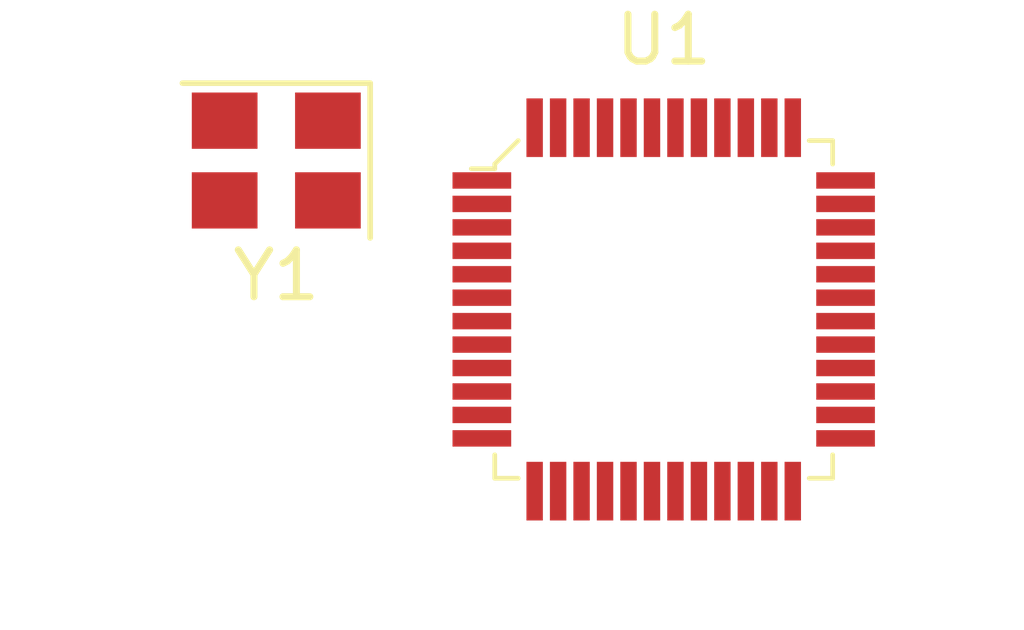
<source format=kicad_pcb>
(kicad_pcb (version 20171130) (host pcbnew 5.1.5-52549c5~84~ubuntu16.04.1)

  (general
    (thickness 1.6)
    (drawings 0)
    (tracks 0)
    (zones 0)
    (modules 2)
    (nets 50)
  )

  (page USLetter)
  (layers
    (0 F.Cu signal)
    (31 B.Cu signal)
    (32 B.Adhes user)
    (33 F.Adhes user)
    (34 B.Paste user)
    (35 F.Paste user)
    (36 B.SilkS user)
    (37 F.SilkS user)
    (38 B.Mask user)
    (39 F.Mask user)
    (40 Dwgs.User user)
    (41 Cmts.User user)
    (42 Eco1.User user)
    (43 Eco2.User user)
    (44 Edge.Cuts user)
    (45 Margin user)
    (46 B.CrtYd user)
    (47 F.CrtYd user)
    (48 B.Fab user)
    (49 F.Fab user)
  )

  (setup
    (last_trace_width 0.25)
    (trace_clearance 0.2)
    (zone_clearance 0.508)
    (zone_45_only no)
    (trace_min 0.2)
    (via_size 0.8)
    (via_drill 0.4)
    (via_min_size 0.4)
    (via_min_drill 0.3)
    (uvia_size 0.3)
    (uvia_drill 0.1)
    (uvias_allowed no)
    (uvia_min_size 0.2)
    (uvia_min_drill 0.1)
    (edge_width 0.05)
    (segment_width 0.2)
    (pcb_text_width 0.3)
    (pcb_text_size 1.5 1.5)
    (mod_edge_width 0.12)
    (mod_text_size 1 1)
    (mod_text_width 0.15)
    (pad_size 1.524 1.524)
    (pad_drill 0.762)
    (pad_to_mask_clearance 0.051)
    (solder_mask_min_width 0.25)
    (aux_axis_origin 0 0)
    (visible_elements FFFFFF7F)
    (pcbplotparams
      (layerselection 0x010fc_ffffffff)
      (usegerberextensions false)
      (usegerberattributes false)
      (usegerberadvancedattributes false)
      (creategerberjobfile false)
      (excludeedgelayer true)
      (linewidth 0.100000)
      (plotframeref false)
      (viasonmask false)
      (mode 1)
      (useauxorigin false)
      (hpglpennumber 1)
      (hpglpenspeed 20)
      (hpglpendiameter 15.000000)
      (psnegative false)
      (psa4output false)
      (plotreference true)
      (plotvalue true)
      (plotinvisibletext false)
      (padsonsilk false)
      (subtractmaskfromsilk false)
      (outputformat 1)
      (mirror false)
      (drillshape 1)
      (scaleselection 1)
      (outputdirectory ""))
  )

  (net 0 "")
  (net 1 "Net-(U1-Pad6)")
  (net 2 "Net-(U1-Pad5)")
  (net 3 /MCU/AREF)
  (net 4 /MCU/D14_A0)
  (net 5 EIN2)
  (net 6 EIN1)
  (net 7 "Net-(U1-Pad7)")
  (net 8 "Net-(U1-Pad8)")
  (net 9 "Net-(U1-Pad9)")
  (net 10 "Net-(U1-Pad10)")
  (net 11 "Net-(U1-Pad11)")
  (net 12 "Net-(U1-Pad12)")
  (net 13 "Net-(U1-Pad18)")
  (net 14 "Net-(U1-Pad17)")
  (net 15 "Net-(U1-Pad16)")
  (net 16 "Net-(U1-Pad15)")
  (net 17 "Net-(U1-Pad14)")
  (net 18 "Net-(U1-Pad13)")
  (net 19 "Net-(U1-Pad19)")
  (net 20 "Net-(U1-Pad20)")
  (net 21 "Net-(U1-Pad21)")
  (net 22 "Net-(U1-Pad22)")
  (net 23 "Net-(U1-Pad23)")
  (net 24 "Net-(U1-Pad24)")
  (net 25 "Net-(U1-Pad25)")
  (net 26 "Net-(U1-Pad26)")
  (net 27 "Net-(U1-Pad27)")
  (net 28 "Net-(U1-Pad28)")
  (net 29 "Net-(U1-Pad29)")
  (net 30 "Net-(U1-Pad30)")
  (net 31 "Net-(U1-Pad31)")
  (net 32 "Net-(U1-Pad32)")
  (net 33 "Net-(U1-Pad33)")
  (net 34 "Net-(U1-Pad34)")
  (net 35 "Net-(U1-Pad35)")
  (net 36 "Net-(U1-Pad36)")
  (net 37 "Net-(U1-Pad37)")
  (net 38 "Net-(U1-Pad38)")
  (net 39 "Net-(U1-Pad39)")
  (net 40 "Net-(U1-Pad40)")
  (net 41 "Net-(U1-Pad41)")
  (net 42 "Net-(U1-Pad42)")
  (net 43 "Net-(U1-Pad43)")
  (net 44 "Net-(U1-Pad44)")
  (net 45 "Net-(U1-Pad45)")
  (net 46 "Net-(U1-Pad46)")
  (net 47 "Net-(U1-Pad47)")
  (net 48 "Net-(U1-Pad48)")
  (net 49 GND)

  (net_class Default "This is the default net class."
    (clearance 0.2)
    (trace_width 0.25)
    (via_dia 0.8)
    (via_drill 0.4)
    (uvia_dia 0.3)
    (uvia_drill 0.1)
    (add_net /MCU/AREF)
    (add_net /MCU/D14_A0)
    (add_net EIN1)
    (add_net EIN2)
    (add_net GND)
    (add_net "Net-(U1-Pad10)")
    (add_net "Net-(U1-Pad11)")
    (add_net "Net-(U1-Pad12)")
    (add_net "Net-(U1-Pad13)")
    (add_net "Net-(U1-Pad14)")
    (add_net "Net-(U1-Pad15)")
    (add_net "Net-(U1-Pad16)")
    (add_net "Net-(U1-Pad17)")
    (add_net "Net-(U1-Pad18)")
    (add_net "Net-(U1-Pad19)")
    (add_net "Net-(U1-Pad20)")
    (add_net "Net-(U1-Pad21)")
    (add_net "Net-(U1-Pad22)")
    (add_net "Net-(U1-Pad23)")
    (add_net "Net-(U1-Pad24)")
    (add_net "Net-(U1-Pad25)")
    (add_net "Net-(U1-Pad26)")
    (add_net "Net-(U1-Pad27)")
    (add_net "Net-(U1-Pad28)")
    (add_net "Net-(U1-Pad29)")
    (add_net "Net-(U1-Pad30)")
    (add_net "Net-(U1-Pad31)")
    (add_net "Net-(U1-Pad32)")
    (add_net "Net-(U1-Pad33)")
    (add_net "Net-(U1-Pad34)")
    (add_net "Net-(U1-Pad35)")
    (add_net "Net-(U1-Pad36)")
    (add_net "Net-(U1-Pad37)")
    (add_net "Net-(U1-Pad38)")
    (add_net "Net-(U1-Pad39)")
    (add_net "Net-(U1-Pad40)")
    (add_net "Net-(U1-Pad41)")
    (add_net "Net-(U1-Pad42)")
    (add_net "Net-(U1-Pad43)")
    (add_net "Net-(U1-Pad44)")
    (add_net "Net-(U1-Pad45)")
    (add_net "Net-(U1-Pad46)")
    (add_net "Net-(U1-Pad47)")
    (add_net "Net-(U1-Pad48)")
    (add_net "Net-(U1-Pad5)")
    (add_net "Net-(U1-Pad6)")
    (add_net "Net-(U1-Pad7)")
    (add_net "Net-(U1-Pad8)")
    (add_net "Net-(U1-Pad9)")
  )

  (module digikey-footprints:TQFP-48_7x7mm (layer F.Cu) (tedit 5D28AA6C) (tstamp 5EA7E9AC)
    (at 127 107.95)
    (descr http://ww1.microchip.com/downloads/en/DeviceDoc/40001884A.pdf)
    (path /5EA28CDA/5EA291B8)
    (attr smd)
    (fp_text reference U1 (at 0 -5.75) (layer F.SilkS)
      (effects (font (size 1 1) (thickness 0.15)))
    )
    (fp_text value ATSAMD21G18A-AUT (at 0 6) (layer F.Fab)
      (effects (font (size 1 1) (thickness 0.15)))
    )
    (fp_line (start -4.75 -4.75) (end 4.75 -4.75) (layer F.CrtYd) (width 0.05))
    (fp_line (start 4.75 -4.75) (end 4.75 4.75) (layer F.CrtYd) (width 0.05))
    (fp_line (start -4.75 -4.75) (end -4.75 4.75) (layer F.CrtYd) (width 0.05))
    (fp_line (start -4.75 4.75) (end 4.75 4.75) (layer F.CrtYd) (width 0.05))
    (fp_line (start -3.6 3.1) (end -3.6 3.6) (layer F.SilkS) (width 0.1))
    (fp_line (start -3.6 3.6) (end -3.1 3.6) (layer F.SilkS) (width 0.1))
    (fp_line (start 3.6 3.1) (end 3.6 3.6) (layer F.SilkS) (width 0.1))
    (fp_line (start 3.6 3.6) (end 3.1 3.6) (layer F.SilkS) (width 0.1))
    (fp_line (start 3.1 -3.6) (end 3.6 -3.6) (layer F.SilkS) (width 0.1))
    (fp_line (start 3.6 -3.6) (end 3.6 -3.1) (layer F.SilkS) (width 0.1))
    (fp_line (start -3.1 -3.6) (end -3.6 -3.1) (layer F.SilkS) (width 0.1))
    (fp_line (start -3.6 -3.1) (end -3.6 -3) (layer F.SilkS) (width 0.1))
    (fp_line (start -3.6 -3) (end -4.1 -3) (layer F.SilkS) (width 0.1))
    (fp_line (start -3.5 -3) (end -3.5 3.5) (layer F.Fab) (width 0.1))
    (fp_line (start -3 -3.5) (end 3.5 -3.5) (layer F.Fab) (width 0.1))
    (fp_line (start -3.5 -3) (end -3 -3.5) (layer F.Fab) (width 0.1))
    (fp_text user %R (at 0 0) (layer F.Fab)
      (effects (font (size 1 1) (thickness 0.15)))
    )
    (fp_line (start 3.5 -3.5) (end 3.5 3.5) (layer F.Fab) (width 0.1))
    (fp_line (start -3.5 3.5) (end 3.5 3.5) (layer F.Fab) (width 0.1))
    (pad 6 smd rect (at -3.875 -0.25) (size 1.25 0.35) (layers F.Cu F.Paste F.Mask)
      (net 1 "Net-(U1-Pad6)"))
    (pad 5 smd rect (at -3.875 -0.75) (size 1.25 0.35) (layers F.Cu F.Paste F.Mask)
      (net 2 "Net-(U1-Pad5)"))
    (pad 4 smd rect (at -3.875 -1.25) (size 1.25 0.35) (layers F.Cu F.Paste F.Mask)
      (net 3 /MCU/AREF))
    (pad 3 smd rect (at -3.875 -1.75) (size 1.25 0.35) (layers F.Cu F.Paste F.Mask)
      (net 4 /MCU/D14_A0))
    (pad 2 smd rect (at -3.875 -2.25) (size 1.25 0.35) (layers F.Cu F.Paste F.Mask)
      (net 5 EIN2))
    (pad 1 smd rect (at -3.875 -2.75) (size 1.25 0.35) (layers F.Cu F.Paste F.Mask)
      (net 6 EIN1))
    (pad 7 smd rect (at -3.875 0.25) (size 1.25 0.35) (layers F.Cu F.Paste F.Mask)
      (net 7 "Net-(U1-Pad7)"))
    (pad 8 smd rect (at -3.875 0.75) (size 1.25 0.35) (layers F.Cu F.Paste F.Mask)
      (net 8 "Net-(U1-Pad8)"))
    (pad 9 smd rect (at -3.875 1.25) (size 1.25 0.35) (layers F.Cu F.Paste F.Mask)
      (net 9 "Net-(U1-Pad9)"))
    (pad 10 smd rect (at -3.875 1.75) (size 1.25 0.35) (layers F.Cu F.Paste F.Mask)
      (net 10 "Net-(U1-Pad10)"))
    (pad 11 smd rect (at -3.875 2.25) (size 1.25 0.35) (layers F.Cu F.Paste F.Mask)
      (net 11 "Net-(U1-Pad11)"))
    (pad 12 smd rect (at -3.875 2.75) (size 1.25 0.35) (layers F.Cu F.Paste F.Mask)
      (net 12 "Net-(U1-Pad12)"))
    (pad 18 smd rect (at -0.25 3.875) (size 0.35 1.25) (layers F.Cu F.Paste F.Mask)
      (net 13 "Net-(U1-Pad18)"))
    (pad 17 smd rect (at -0.75 3.875) (size 0.35 1.25) (layers F.Cu F.Paste F.Mask)
      (net 14 "Net-(U1-Pad17)"))
    (pad 16 smd rect (at -1.25 3.875) (size 0.35 1.25) (layers F.Cu F.Paste F.Mask)
      (net 15 "Net-(U1-Pad16)"))
    (pad 15 smd rect (at -1.75 3.875) (size 0.35 1.25) (layers F.Cu F.Paste F.Mask)
      (net 16 "Net-(U1-Pad15)"))
    (pad 14 smd rect (at -2.25 3.875) (size 0.35 1.25) (layers F.Cu F.Paste F.Mask)
      (net 17 "Net-(U1-Pad14)"))
    (pad 13 smd rect (at -2.75 3.875) (size 0.35 1.25) (layers F.Cu F.Paste F.Mask)
      (net 18 "Net-(U1-Pad13)"))
    (pad 19 smd rect (at 0.25 3.875) (size 0.35 1.25) (layers F.Cu F.Paste F.Mask)
      (net 19 "Net-(U1-Pad19)"))
    (pad 20 smd rect (at 0.75 3.875) (size 0.35 1.25) (layers F.Cu F.Paste F.Mask)
      (net 20 "Net-(U1-Pad20)"))
    (pad 21 smd rect (at 1.25 3.875) (size 0.35 1.25) (layers F.Cu F.Paste F.Mask)
      (net 21 "Net-(U1-Pad21)"))
    (pad 22 smd rect (at 1.75 3.875) (size 0.35 1.25) (layers F.Cu F.Paste F.Mask)
      (net 22 "Net-(U1-Pad22)"))
    (pad 23 smd rect (at 2.25 3.875) (size 0.35 1.25) (layers F.Cu F.Paste F.Mask)
      (net 23 "Net-(U1-Pad23)"))
    (pad 24 smd rect (at 2.75 3.875) (size 0.35 1.25) (layers F.Cu F.Paste F.Mask)
      (net 24 "Net-(U1-Pad24)"))
    (pad 25 smd rect (at 3.875 2.75) (size 1.25 0.35) (layers F.Cu F.Paste F.Mask)
      (net 25 "Net-(U1-Pad25)"))
    (pad 26 smd rect (at 3.875 2.25) (size 1.25 0.35) (layers F.Cu F.Paste F.Mask)
      (net 26 "Net-(U1-Pad26)"))
    (pad 27 smd rect (at 3.875 1.75) (size 1.25 0.35) (layers F.Cu F.Paste F.Mask)
      (net 27 "Net-(U1-Pad27)"))
    (pad 28 smd rect (at 3.875 1.25) (size 1.25 0.35) (layers F.Cu F.Paste F.Mask)
      (net 28 "Net-(U1-Pad28)"))
    (pad 29 smd rect (at 3.875 0.75) (size 1.25 0.35) (layers F.Cu F.Paste F.Mask)
      (net 29 "Net-(U1-Pad29)"))
    (pad 30 smd rect (at 3.875 0.25) (size 1.25 0.35) (layers F.Cu F.Paste F.Mask)
      (net 30 "Net-(U1-Pad30)"))
    (pad 31 smd rect (at 3.875 -0.25) (size 1.25 0.35) (layers F.Cu F.Paste F.Mask)
      (net 31 "Net-(U1-Pad31)"))
    (pad 32 smd rect (at 3.875 -0.75) (size 1.25 0.35) (layers F.Cu F.Paste F.Mask)
      (net 32 "Net-(U1-Pad32)"))
    (pad 33 smd rect (at 3.875 -1.25) (size 1.25 0.35) (layers F.Cu F.Paste F.Mask)
      (net 33 "Net-(U1-Pad33)"))
    (pad 34 smd rect (at 3.875 -1.75) (size 1.25 0.35) (layers F.Cu F.Paste F.Mask)
      (net 34 "Net-(U1-Pad34)"))
    (pad 35 smd rect (at 3.875 -2.25) (size 1.25 0.35) (layers F.Cu F.Paste F.Mask)
      (net 35 "Net-(U1-Pad35)"))
    (pad 36 smd rect (at 3.875 -2.75) (size 1.25 0.35) (layers F.Cu F.Paste F.Mask)
      (net 36 "Net-(U1-Pad36)"))
    (pad 37 smd rect (at 2.75 -3.875) (size 0.35 1.25) (layers F.Cu F.Paste F.Mask)
      (net 37 "Net-(U1-Pad37)"))
    (pad 38 smd rect (at 2.25 -3.875) (size 0.35 1.25) (layers F.Cu F.Paste F.Mask)
      (net 38 "Net-(U1-Pad38)"))
    (pad 39 smd rect (at 1.75 -3.875) (size 0.35 1.25) (layers F.Cu F.Paste F.Mask)
      (net 39 "Net-(U1-Pad39)"))
    (pad 40 smd rect (at 1.25 -3.875) (size 0.35 1.25) (layers F.Cu F.Paste F.Mask)
      (net 40 "Net-(U1-Pad40)"))
    (pad 41 smd rect (at 0.75 -3.875) (size 0.35 1.25) (layers F.Cu F.Paste F.Mask)
      (net 41 "Net-(U1-Pad41)"))
    (pad 42 smd rect (at 0.25 -3.875) (size 0.35 1.25) (layers F.Cu F.Paste F.Mask)
      (net 42 "Net-(U1-Pad42)"))
    (pad 43 smd rect (at -0.25 -3.875) (size 0.35 1.25) (layers F.Cu F.Paste F.Mask)
      (net 43 "Net-(U1-Pad43)"))
    (pad 44 smd rect (at -0.75 -3.875) (size 0.35 1.25) (layers F.Cu F.Paste F.Mask)
      (net 44 "Net-(U1-Pad44)"))
    (pad 45 smd rect (at -1.25 -3.875) (size 0.35 1.25) (layers F.Cu F.Paste F.Mask)
      (net 45 "Net-(U1-Pad45)"))
    (pad 46 smd rect (at -1.75 -3.875) (size 0.35 1.25) (layers F.Cu F.Paste F.Mask)
      (net 46 "Net-(U1-Pad46)"))
    (pad 47 smd rect (at -2.25 -3.875) (size 0.35 1.25) (layers F.Cu F.Paste F.Mask)
      (net 47 "Net-(U1-Pad47)"))
    (pad 48 smd rect (at -2.75 -3.875) (size 0.35 1.25) (layers F.Cu F.Paste F.Mask)
      (net 48 "Net-(U1-Pad48)"))
  )

  (module Crystal:Crystal_SMD_Abracon_ABM8G-4Pin_3.2x2.5mm (layer F.Cu) (tedit 5A0FD1B2) (tstamp 5EA7E81E)
    (at 118.745 104.775 180)
    (descr "Abracon Miniature Ceramic Smd Crystal ABM8G http://www.abracon.com/Resonators/ABM8G.pdf, 3.2x2.5mm^2 package")
    (tags "SMD SMT crystal")
    (path /5EA28CDA/5EA7C855)
    (attr smd)
    (fp_text reference Y1 (at 0 -2.45) (layer F.SilkS)
      (effects (font (size 1 1) (thickness 0.15)))
    )
    (fp_text value Crystal_32k768 (at 0 2.45) (layer F.Fab)
      (effects (font (size 1 1) (thickness 0.15)))
    )
    (fp_text user %R (at 0 0) (layer F.Fab)
      (effects (font (size 0.7 0.7) (thickness 0.105)))
    )
    (fp_line (start -1.4 -1.25) (end 1.4 -1.25) (layer F.Fab) (width 0.1))
    (fp_line (start 1.4 -1.25) (end 1.6 -1.05) (layer F.Fab) (width 0.1))
    (fp_line (start 1.6 -1.05) (end 1.6 1.05) (layer F.Fab) (width 0.1))
    (fp_line (start 1.6 1.05) (end 1.4 1.25) (layer F.Fab) (width 0.1))
    (fp_line (start 1.4 1.25) (end -1.4 1.25) (layer F.Fab) (width 0.1))
    (fp_line (start -1.4 1.25) (end -1.6 1.05) (layer F.Fab) (width 0.1))
    (fp_line (start -1.6 1.05) (end -1.6 -1.05) (layer F.Fab) (width 0.1))
    (fp_line (start -1.6 -1.05) (end -1.4 -1.25) (layer F.Fab) (width 0.1))
    (fp_line (start -1.6 0.25) (end -0.6 1.25) (layer F.Fab) (width 0.1))
    (fp_line (start -2 -1.65) (end -2 1.65) (layer F.SilkS) (width 0.12))
    (fp_line (start -2 1.65) (end 2 1.65) (layer F.SilkS) (width 0.12))
    (fp_line (start -2.1 -1.7) (end -2.1 1.7) (layer F.CrtYd) (width 0.05))
    (fp_line (start -2.1 1.7) (end 2.1 1.7) (layer F.CrtYd) (width 0.05))
    (fp_line (start 2.1 1.7) (end 2.1 -1.7) (layer F.CrtYd) (width 0.05))
    (fp_line (start 2.1 -1.7) (end -2.1 -1.7) (layer F.CrtYd) (width 0.05))
    (pad 1 smd rect (at -1.1 0.85 180) (size 1.4 1.2) (layers F.Cu F.Paste F.Mask)
      (net 6 EIN1))
    (pad 2 smd rect (at 1.1 0.85 180) (size 1.4 1.2) (layers F.Cu F.Paste F.Mask)
      (net 49 GND))
    (pad 3 smd rect (at 1.1 -0.85 180) (size 1.4 1.2) (layers F.Cu F.Paste F.Mask)
      (net 5 EIN2))
    (pad 4 smd rect (at -1.1 -0.85 180) (size 1.4 1.2) (layers F.Cu F.Paste F.Mask)
      (net 49 GND))
    (model ${KISYS3DMOD}/Crystal.3dshapes/Crystal_SMD_Abracon_ABM8G-4Pin_3.2x2.5mm.wrl
      (at (xyz 0 0 0))
      (scale (xyz 1 1 1))
      (rotate (xyz 0 0 0))
    )
  )

)

</source>
